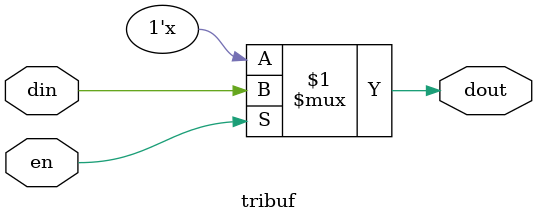
<source format=v>
`timescale 1ns / 1ps
module tribuf
	(input din, 
	 input en,
    output dout);

	assign dout = en ? din : 1'bz;

endmodule
</source>
